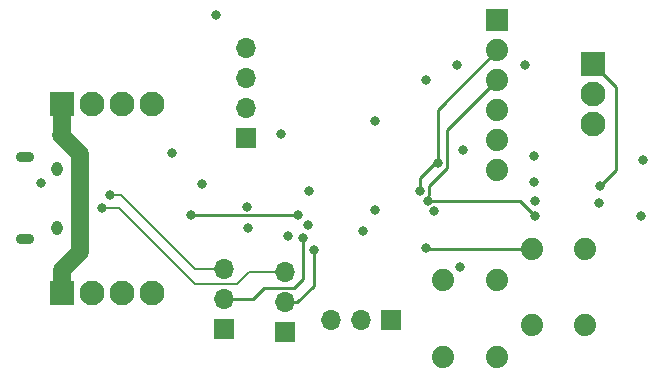
<source format=gbr>
%TF.GenerationSoftware,KiCad,Pcbnew,6.0.11-2627ca5db0~126~ubuntu22.04.1*%
%TF.CreationDate,2023-02-28T23:03:16-05:00*%
%TF.ProjectId,canbus-linbus-bridge,63616e62-7573-42d6-9c69-6e6275732d62,1.0*%
%TF.SameCoordinates,Original*%
%TF.FileFunction,Copper,L2,Inr*%
%TF.FilePolarity,Positive*%
%FSLAX46Y46*%
G04 Gerber Fmt 4.6, Leading zero omitted, Abs format (unit mm)*
G04 Created by KiCad (PCBNEW 6.0.11-2627ca5db0~126~ubuntu22.04.1) date 2023-02-28 23:03:16*
%MOMM*%
%LPD*%
G01*
G04 APERTURE LIST*
%TA.AperFunction,ComponentPad*%
%ADD10R,2.100000X2.100000*%
%TD*%
%TA.AperFunction,ComponentPad*%
%ADD11C,2.100000*%
%TD*%
%TA.AperFunction,ComponentPad*%
%ADD12R,1.700000X1.700000*%
%TD*%
%TA.AperFunction,ComponentPad*%
%ADD13O,1.700000X1.700000*%
%TD*%
%TA.AperFunction,ComponentPad*%
%ADD14C,1.879600*%
%TD*%
%TA.AperFunction,ComponentPad*%
%ADD15R,1.879600X1.879600*%
%TD*%
%TA.AperFunction,ComponentPad*%
%ADD16O,0.950000X1.250000*%
%TD*%
%TA.AperFunction,ComponentPad*%
%ADD17O,1.550000X0.890000*%
%TD*%
%TA.AperFunction,ViaPad*%
%ADD18C,0.800000*%
%TD*%
%TA.AperFunction,Conductor*%
%ADD19C,0.250000*%
%TD*%
%TA.AperFunction,Conductor*%
%ADD20C,1.500000*%
%TD*%
%TA.AperFunction,Conductor*%
%ADD21C,0.200000*%
%TD*%
G04 APERTURE END LIST*
D10*
%TO.N,+12V*%
%TO.C,J4*%
X104600000Y-74720000D03*
D11*
%TO.N,GND*%
X104600000Y-77260000D03*
%TO.N,LIN*%
X104600000Y-79800000D03*
%TD*%
D12*
%TO.N,CAN_RX*%
%TO.C,JP2*%
X73400000Y-97140000D03*
D13*
%TO.N,Net-(JP2-Pad2)*%
X73400000Y-94600000D03*
%TO.N,USB_D-*%
X73400000Y-92060000D03*
%TD*%
D10*
%TO.N,+BATT*%
%TO.C,J6*%
X59625000Y-94100000D03*
D11*
%TO.N,CANH*%
X62165000Y-94100000D03*
%TO.N,CANL*%
X64705000Y-94100000D03*
%TO.N,GND*%
X67245000Y-94100000D03*
%TD*%
D12*
%TO.N,SWDIO*%
%TO.C,J2*%
X87490000Y-96350000D03*
D13*
%TO.N,GND*%
X84950000Y-96350000D03*
%TO.N,SWDCLK*%
X82410000Y-96350000D03*
%TD*%
D14*
%TO.N,+3V3*%
%TO.C,S1*%
X96435600Y-92998800D03*
%TO.N,unconnected-(S1-Pad2)*%
X96435600Y-99501200D03*
%TO.N,Net-(R1-Pad1)*%
X91914400Y-92998800D03*
%TO.N,unconnected-(S1-Pad4)*%
X91914400Y-99501200D03*
%TD*%
D15*
%TO.N,unconnected-(J3-Pad1)*%
%TO.C,J3*%
X96500000Y-70990000D03*
D14*
%TO.N,RXD*%
X96500000Y-73530000D03*
%TO.N,TXD*%
X96500000Y-76070000D03*
%TO.N,Net-(J3-Pad4)*%
X96500000Y-78610000D03*
%TO.N,unconnected-(J3-Pad5)*%
X96500000Y-81150000D03*
%TO.N,GND*%
X96500000Y-83690000D03*
%TD*%
D10*
%TO.N,+BATT*%
%TO.C,J5*%
X59660000Y-78075000D03*
D11*
%TO.N,CANH*%
X62200000Y-78075000D03*
%TO.N,CANL*%
X64740000Y-78075000D03*
%TO.N,GND*%
X67280000Y-78075000D03*
%TD*%
D12*
%TO.N,+5V*%
%TO.C,U3*%
X75247300Y-81002600D03*
D13*
%TO.N,GND*%
X75247300Y-78462600D03*
%TO.N,+12V*%
X75247300Y-75922600D03*
%TO.N,unconnected-(U3-Pad4)*%
X75247300Y-73382600D03*
%TD*%
D14*
%TO.N,GND*%
%TO.C,S2*%
X103960600Y-90323800D03*
%TO.N,unconnected-(S2-Pad2)*%
X103960600Y-96826200D03*
%TO.N,~{RESET}*%
X99439400Y-90323800D03*
%TO.N,unconnected-(S2-Pad4)*%
X99439400Y-96826200D03*
%TD*%
D16*
%TO.N,GND*%
%TO.C,J1*%
X59210000Y-83550000D03*
D17*
X56510000Y-82550000D03*
X56510000Y-89550000D03*
D16*
X59210000Y-88550000D03*
%TD*%
D12*
%TO.N,CAN_TX*%
%TO.C,JP3*%
X78525000Y-97425000D03*
D13*
%TO.N,Net-(JP3-Pad2)*%
X78525000Y-94885000D03*
%TO.N,USB_D+*%
X78525000Y-92345000D03*
%TD*%
D18*
%TO.N,+12V*%
X93084800Y-74794800D03*
X98845200Y-74794800D03*
%TO.N,RXD*%
X91475000Y-83075000D03*
%TO.N,TXD*%
X99700000Y-87530000D03*
%TO.N,~{LIN_WAKE}*%
X99700000Y-86310000D03*
%TO.N,~{LIN_SLP}*%
X99650000Y-84660000D03*
%TO.N,RXD*%
X99650000Y-82510000D03*
%TO.N,+3V3*%
X86160000Y-79520000D03*
X90480000Y-76030000D03*
%TO.N,Net-(D1-Pad2)*%
X108870000Y-82800000D03*
%TO.N,LIN*%
X105110000Y-86470000D03*
%TO.N,+12V*%
X105220000Y-85020000D03*
%TO.N,GND*%
X108670000Y-87550000D03*
X80450000Y-88350000D03*
X72725000Y-70575000D03*
X93350000Y-91850000D03*
X80600000Y-85425000D03*
X75300000Y-86775000D03*
%TO.N,+3V3*%
X78150000Y-80600000D03*
X85100000Y-88800000D03*
X93575000Y-81950000D03*
X78750000Y-89250000D03*
X68975000Y-82275000D03*
%TO.N,VBUS*%
X57884502Y-84775000D03*
%TO.N,USB_D-*%
X63750000Y-85825000D03*
%TO.N,USB_D+*%
X63050000Y-86875000D03*
%TO.N,~{LIN_SLP}*%
X91125000Y-87150000D03*
%TO.N,CAN_RX*%
X71525000Y-84850000D03*
%TO.N,Net-(JP2-Pad2)*%
X80025000Y-89475000D03*
%TO.N,CAN_TX*%
X75400000Y-88550000D03*
%TO.N,Net-(JP3-Pad2)*%
X80950000Y-90450000D03*
%TO.N,~{LIN_WAKE}*%
X86125000Y-87100000D03*
%TO.N,CAN_STBY*%
X70550000Y-87450000D03*
X79650000Y-87500000D03*
%TO.N,TXD*%
X90600000Y-86275000D03*
%TO.N,RXD*%
X89990592Y-85482770D03*
%TO.N,~{RESET}*%
X90475000Y-90300000D03*
%TD*%
D19*
%TO.N,TXD*%
X90600000Y-86275000D02*
X90600000Y-85898667D01*
X90600000Y-85898667D02*
X90715592Y-85783075D01*
X90715592Y-85783075D02*
X90715592Y-85054408D01*
X90715592Y-85054408D02*
X92275000Y-83495000D01*
X92275000Y-83495000D02*
X92275000Y-80295000D01*
X92275000Y-80295000D02*
X96500000Y-76070000D01*
%TO.N,RXD*%
X89990592Y-85482770D02*
X89990592Y-84349408D01*
X89990592Y-84349408D02*
X91475000Y-82865000D01*
X91475000Y-82865000D02*
X91475000Y-78555000D01*
X91475000Y-78555000D02*
X96500000Y-73530000D01*
%TO.N,TXD*%
X90600000Y-86275000D02*
X98445000Y-86275000D01*
X98445000Y-86275000D02*
X99700000Y-87530000D01*
%TO.N,+12V*%
X106590000Y-83650000D02*
X106590000Y-76670000D01*
X105220000Y-85020000D02*
X106590000Y-83650000D01*
X106590000Y-76670000D02*
X104640000Y-74720000D01*
X104640000Y-74720000D02*
X104600000Y-74720000D01*
D20*
%TO.N,+BATT*%
X59660000Y-80615000D02*
X59660000Y-78075000D01*
X61175000Y-90600000D02*
X61175000Y-82300000D01*
X61175000Y-82300000D02*
X59575000Y-80700000D01*
X59625000Y-92150000D02*
X61175000Y-90600000D01*
X59625000Y-94100000D02*
X59625000Y-92150000D01*
D19*
X59575000Y-80700000D02*
X59660000Y-80615000D01*
D21*
%TO.N,USB_D-*%
X63750000Y-85825000D02*
X64675000Y-85825000D01*
X70925000Y-92075000D02*
X70940000Y-92060000D01*
X64675000Y-85825000D02*
X70925000Y-92075000D01*
X70940000Y-92060000D02*
X73400000Y-92060000D01*
%TO.N,USB_D+*%
X75505000Y-92345000D02*
X78525000Y-92345000D01*
X63050000Y-86875000D02*
X64450000Y-86875000D01*
X64450000Y-86875000D02*
X70925000Y-93350000D01*
X70925000Y-93350000D02*
X74500000Y-93350000D01*
X74500000Y-93350000D02*
X75505000Y-92345000D01*
D19*
%TO.N,Net-(JP2-Pad2)*%
X80025000Y-89475000D02*
X80025000Y-92875000D01*
X79275000Y-93625000D02*
X76750000Y-93625000D01*
X80025000Y-92875000D02*
X79275000Y-93625000D01*
X75775000Y-94600000D02*
X73400000Y-94600000D01*
X76750000Y-93625000D02*
X75775000Y-94600000D01*
%TO.N,Net-(JP3-Pad2)*%
X79540000Y-94885000D02*
X80950000Y-93475000D01*
X80950000Y-93475000D02*
X80950000Y-90450000D01*
X78525000Y-94885000D02*
X79540000Y-94885000D01*
%TO.N,CAN_STBY*%
X70600000Y-87500000D02*
X70550000Y-87450000D01*
X79650000Y-87500000D02*
X70600000Y-87500000D01*
%TO.N,~{RESET}*%
X90498800Y-90323800D02*
X99439400Y-90323800D01*
X90475000Y-90300000D02*
X90498800Y-90323800D01*
%TD*%
M02*

</source>
